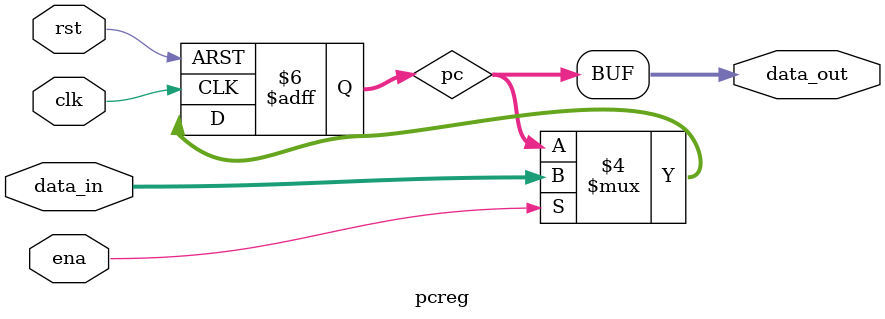
<source format=v>

`timescale 1ns / 1ps

module pcreg(
    input clk, 
    input rst, 
    input ena, 
    input [31:0] data_in, 
    output [31:0] data_out 
    );

    reg [31:0] pc;

    always @ (posedge clk or posedge rst)
    begin
        if(rst == 1) begin
            pc <= 32'h00400000;
        end

        else begin
            if(ena == 1) begin
                pc <= data_in;
            end
        end
    end
    
    assign data_out = pc;

endmodule
</source>
